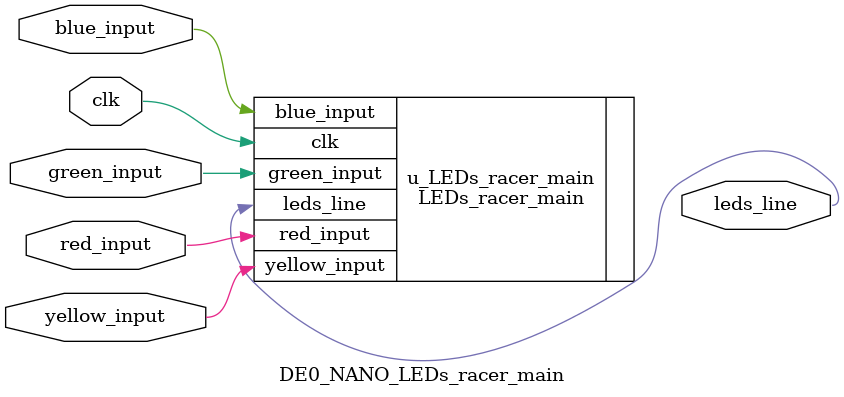
<source format=v>
module DE0_NANO_LEDs_racer_main(
    input  wire clk,
    input  wire green_input,
    input  wire red_input,
    input  wire blue_input,
    input  wire yellow_input,
    output wire leds_line
);

    LEDs_racer_main #(
        .MAX_POS(109),
        .DEBOUNCE_CLK_CNT(65536)
    ) u_LEDs_racer_main (
        .clk(clk),
        .green_input(green_input),
        .red_input(red_input),
        .blue_input(blue_input),
        .yellow_input(yellow_input),
        .leds_line(leds_line)
    );

endmodule


</source>
